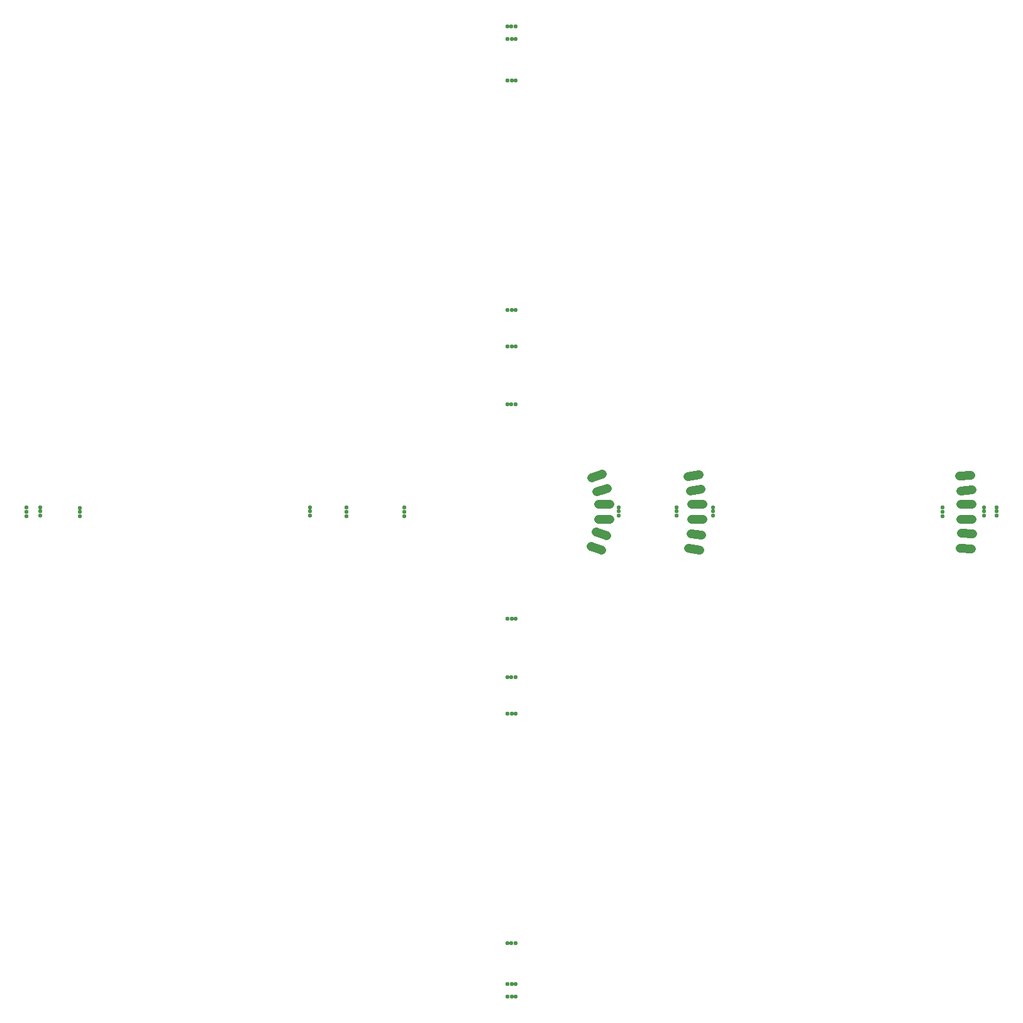
<source format=gbs>
G75*
%MOIN*%
%OFA0B0*%
%FSLAX25Y25*%
%IPPOS*%
%LPD*%
%AMOC8*
5,1,8,0,0,1.08239X$1,22.5*
%
%ADD10C,0.02300*%
%ADD11C,0.04800*%
D10*
X0016650Y0271500D03*
X0016650Y0273800D03*
X0016650Y0276000D03*
X0023750Y0276100D03*
X0023750Y0273900D03*
X0023750Y0271600D03*
X0044800Y0271300D03*
X0044800Y0273600D03*
X0044800Y0275800D03*
X0166800Y0276100D03*
X0166800Y0273900D03*
X0166800Y0271600D03*
X0186150Y0271550D03*
X0186150Y0273850D03*
X0186150Y0276050D03*
X0216800Y0276050D03*
X0216800Y0273850D03*
X0216800Y0271550D03*
X0271550Y0216900D03*
X0273750Y0216900D03*
X0276050Y0216900D03*
X0276000Y0186200D03*
X0273700Y0186200D03*
X0271500Y0186200D03*
X0271550Y0166850D03*
X0273750Y0166850D03*
X0276050Y0166850D03*
X0330650Y0271600D03*
X0330650Y0273900D03*
X0330650Y0276100D03*
X0361400Y0276100D03*
X0361400Y0273900D03*
X0361400Y0271600D03*
X0380700Y0271600D03*
X0380700Y0273900D03*
X0380700Y0276100D03*
X0276000Y0330750D03*
X0273700Y0330750D03*
X0271500Y0330750D03*
X0271550Y0361400D03*
X0273750Y0361400D03*
X0276050Y0361400D03*
X0276050Y0380800D03*
X0273750Y0380800D03*
X0271550Y0380800D03*
X0271550Y0502350D03*
X0273750Y0502350D03*
X0276050Y0502350D03*
X0276050Y0524250D03*
X0273750Y0524250D03*
X0271550Y0524250D03*
X0271500Y0531100D03*
X0273700Y0531100D03*
X0276000Y0531100D03*
X0502350Y0276050D03*
X0502350Y0273850D03*
X0502350Y0271550D03*
X0524250Y0271700D03*
X0524250Y0274000D03*
X0524250Y0276200D03*
X0531000Y0276100D03*
X0531000Y0273900D03*
X0531000Y0271600D03*
X0275950Y0045200D03*
X0273650Y0045200D03*
X0271450Y0045200D03*
X0271550Y0023350D03*
X0273750Y0023350D03*
X0276050Y0023350D03*
X0276050Y0016800D03*
X0273750Y0016800D03*
X0271550Y0016800D03*
D11*
X0321667Y0253469D02*
X0315961Y0255323D01*
X0318433Y0262931D02*
X0324139Y0261077D01*
X0325800Y0269850D02*
X0319800Y0269850D01*
X0319800Y0277850D02*
X0325800Y0277850D01*
X0324489Y0286123D02*
X0318783Y0284269D01*
X0316311Y0291877D02*
X0322017Y0293731D01*
X0367211Y0292532D02*
X0373137Y0293470D01*
X0374389Y0285568D02*
X0368463Y0284630D01*
X0369300Y0277850D02*
X0375300Y0277850D01*
X0375300Y0269850D02*
X0369300Y0269850D01*
X0368813Y0262220D02*
X0374739Y0261282D01*
X0373487Y0253380D02*
X0367561Y0254318D01*
X0511605Y0254316D02*
X0517593Y0253940D01*
X0518095Y0261924D02*
X0512107Y0262300D01*
X0512050Y0269600D02*
X0518050Y0269600D01*
X0518050Y0277600D02*
X0512050Y0277600D01*
X0511807Y0284870D02*
X0517795Y0285246D01*
X0517293Y0293230D02*
X0511305Y0292854D01*
M02*

</source>
